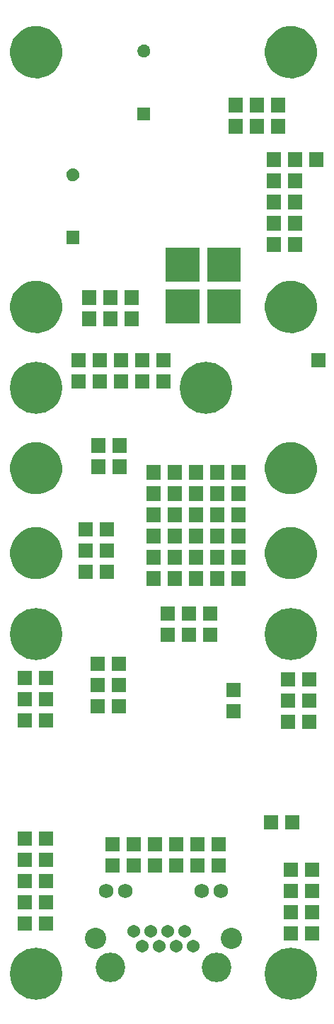
<source format=gbr>
G75*
G71*
%MOMM*%
%OFA0B0*%
%FSLAX53Y53*%
%IPPOS*%
%LPD*%
%ADD15C,0.30000*%
%ADD25C,0.50000*%
%ADD36R,1.76400X1.76400*%
%ADD41C,1.54000*%
%ADD47C,1.74000*%
%ADD48C,6.24000*%
%ADD53C,2.54000*%
%ADD60C,3.54000*%
X0000000Y0000000D02*
G01*
D15*
D60*
X0013716Y0005588D03*
X0026416Y0005588D03*
D53*
X0028196Y0009018D03*
X0011936Y0009018D03*
D41*
X0017526Y0008128D03*
X0019556Y0008128D03*
X0021586Y0008128D03*
X0023616Y0008128D03*
X0016506Y0009908D03*
X0018536Y0009908D03*
X0020566Y0009908D03*
X0022596Y0009908D03*
D47*
X0026926Y0014728D03*
X0024636Y0014728D03*
X0015496Y0014728D03*
X0013206Y0014728D03*
D36*
X0035306Y0017272D03*
X0037846Y0017272D03*
X0035306Y0014732D03*
X0037846Y0014732D03*
X0035306Y0012192D03*
X0037846Y0012192D03*
X0035306Y0009652D03*
X0037846Y0009652D03*
X0013970Y0017780D03*
X0013970Y0020320D03*
X0016510Y0017780D03*
X0016510Y0020320D03*
X0019050Y0017780D03*
X0019050Y0020320D03*
X0021590Y0017780D03*
X0021590Y0020320D03*
X0024130Y0017780D03*
X0024130Y0020320D03*
X0026670Y0017780D03*
X0026670Y0020320D03*
X0034925Y0040005D03*
X0037465Y0040005D03*
X0034925Y0037465D03*
X0037465Y0037465D03*
X0034925Y0034925D03*
X0037465Y0034925D03*
X0028448Y0038735D03*
X0028448Y0036195D03*
X0014732Y0036830D03*
X0014732Y0039370D03*
X0014732Y0041910D03*
X0020574Y0045339D03*
X0020574Y0047879D03*
X0023114Y0045339D03*
X0023114Y0047879D03*
X0025654Y0045339D03*
X0025654Y0047879D03*
X0003493Y0037656D03*
X0006033Y0037656D03*
X0005969Y0020955D03*
X0003429Y0020955D03*
X0005969Y0013335D03*
X0003429Y0013335D03*
X0005969Y0015875D03*
X0003429Y0015875D03*
X0005969Y0018415D03*
X0003429Y0018415D03*
X0005969Y0010795D03*
X0003429Y0010795D03*
D48*
X0004826Y0045466D03*
X0035306Y0004826D03*
X0004826Y0004826D03*
X0035306Y0045466D03*
D36*
X0012192Y0036830D03*
X0012192Y0039370D03*
X0012192Y0041910D03*
X0032957Y0022924D03*
X0035497Y0022924D03*
X0006033Y0035116D03*
X0003493Y0035116D03*
X0006045Y0040183D03*
X0003505Y0040183D03*
X0000000Y0050292D02*
G01*
D25*
G36*
X0032208Y0055444D02*
X0032330Y0056039D01*
X0032566Y0056600D01*
X0032906Y0057104D01*
X0033337Y0057532D01*
X0033844Y0057868D01*
X0034406Y0058100D01*
X0035002Y0058218D01*
X0035002Y0058218D01*
X0035002Y0058218D01*
X0035696Y0058208D01*
X0035697Y0058208D01*
X0035697Y0058208D01*
X0036289Y0058074D01*
X0036845Y0057826D01*
X0037341Y0057476D01*
X0037761Y0057036D01*
X0038086Y0056522D01*
X0038306Y0055956D01*
X0038412Y0055357D01*
X0038399Y0054749D01*
X0038269Y0054155D01*
X0038025Y0053598D01*
X0037678Y0053099D01*
X0037241Y0052677D01*
X0036730Y0052347D01*
X0036165Y0052124D01*
X0035567Y0052014D01*
X0034959Y0052022D01*
X0034364Y0052149D01*
X0033805Y0052388D01*
X0033304Y0052732D01*
X0032878Y0053166D01*
X0032545Y0053675D01*
X0032318Y0054239D01*
X0032204Y0054836D01*
X0032208Y0055444D01*
X0032208Y0055444D01*
G37*
G36*
X0032208Y0065604D02*
X0032330Y0066199D01*
X0032566Y0066760D01*
X0032906Y0067264D01*
X0033337Y0067692D01*
X0033844Y0068028D01*
X0034406Y0068260D01*
X0035002Y0068378D01*
X0035002Y0068378D01*
X0035002Y0068378D01*
X0035696Y0068368D01*
X0035697Y0068368D01*
X0035697Y0068368D01*
X0036289Y0068234D01*
X0036845Y0067986D01*
X0037341Y0067636D01*
X0037761Y0067196D01*
X0038086Y0066682D01*
X0038306Y0066116D01*
X0038412Y0065517D01*
X0038399Y0064909D01*
X0038269Y0064315D01*
X0038025Y0063758D01*
X0037678Y0063259D01*
X0037241Y0062837D01*
X0036730Y0062507D01*
X0036165Y0062284D01*
X0035567Y0062174D01*
X0034959Y0062182D01*
X0034364Y0062309D01*
X0033805Y0062548D01*
X0033304Y0062892D01*
X0032878Y0063326D01*
X0032545Y0063835D01*
X0032318Y0064399D01*
X0032204Y0064996D01*
X0032208Y0065604D01*
X0032208Y0065604D01*
G37*
G36*
X0029881Y0065632D02*
X0029881Y0063908D01*
X0028157Y0063908D01*
X0028157Y0065632D01*
X0029881Y0065632D01*
X0029881Y0065632D01*
G37*
G36*
X0029881Y0063092D02*
X0029881Y0061368D01*
X0028157Y0061368D01*
X0028157Y0063092D01*
X0029881Y0063092D01*
X0029881Y0063092D01*
G37*
G36*
X0029881Y0055472D02*
X0029881Y0053748D01*
X0028157Y0053748D01*
X0028157Y0055472D01*
X0029881Y0055472D01*
X0029881Y0055472D01*
G37*
G36*
X0029881Y0052932D02*
X0029881Y0051208D01*
X0028157Y0051208D01*
X0028157Y0052932D01*
X0029881Y0052932D01*
X0029881Y0052932D01*
G37*
G36*
X0029881Y0060552D02*
X0029881Y0058828D01*
X0028157Y0058828D01*
X0028157Y0060552D01*
X0029881Y0060552D01*
X0029881Y0060552D01*
G37*
G36*
X0029881Y0058012D02*
X0029881Y0056288D01*
X0028157Y0056288D01*
X0028157Y0058012D01*
X0029881Y0058012D01*
X0029881Y0058012D01*
G37*
G36*
X0027341Y0058012D02*
X0027341Y0056288D01*
X0025617Y0056288D01*
X0025617Y0058012D01*
X0027341Y0058012D01*
X0027341Y0058012D01*
G37*
G36*
X0027341Y0060552D02*
X0027341Y0058828D01*
X0025617Y0058828D01*
X0025617Y0060552D01*
X0027341Y0060552D01*
X0027341Y0060552D01*
G37*
G36*
X0027341Y0055472D02*
X0027341Y0053748D01*
X0025617Y0053748D01*
X0025617Y0055472D01*
X0027341Y0055472D01*
X0027341Y0055472D01*
G37*
G36*
X0027341Y0065632D02*
X0027341Y0063908D01*
X0025617Y0063908D01*
X0025617Y0065632D01*
X0027341Y0065632D01*
X0027341Y0065632D01*
G37*
G36*
X0027341Y0063092D02*
X0027341Y0061368D01*
X0025617Y0061368D01*
X0025617Y0063092D01*
X0027341Y0063092D01*
X0027341Y0063092D01*
G37*
G36*
X0027341Y0052932D02*
X0027341Y0051208D01*
X0025617Y0051208D01*
X0025617Y0052932D01*
X0027341Y0052932D01*
X0027341Y0052932D01*
G37*
G36*
X0024801Y0052932D02*
X0024801Y0051208D01*
X0023077Y0051208D01*
X0023077Y0052932D01*
X0024801Y0052932D01*
X0024801Y0052932D01*
G37*
G36*
X0024801Y0055472D02*
X0024801Y0053748D01*
X0023077Y0053748D01*
X0023077Y0055472D01*
X0024801Y0055472D01*
X0024801Y0055472D01*
G37*
G36*
X0024801Y0060552D02*
X0024801Y0058828D01*
X0023077Y0058828D01*
X0023077Y0060552D01*
X0024801Y0060552D01*
X0024801Y0060552D01*
G37*
G36*
X0024801Y0058012D02*
X0024801Y0056288D01*
X0023077Y0056288D01*
X0023077Y0058012D01*
X0024801Y0058012D01*
X0024801Y0058012D01*
G37*
G36*
X0024801Y0065632D02*
X0024801Y0063908D01*
X0023077Y0063908D01*
X0023077Y0065632D01*
X0024801Y0065632D01*
X0024801Y0065632D01*
G37*
G36*
X0024801Y0063092D02*
X0024801Y0061368D01*
X0023077Y0061368D01*
X0023077Y0063092D01*
X0024801Y0063092D01*
X0024801Y0063092D01*
G37*
G36*
X0022261Y0058012D02*
X0022261Y0056288D01*
X0020537Y0056288D01*
X0020537Y0058012D01*
X0022261Y0058012D01*
X0022261Y0058012D01*
G37*
G36*
X0022261Y0055472D02*
X0022261Y0053748D01*
X0020537Y0053748D01*
X0020537Y0055472D01*
X0022261Y0055472D01*
X0022261Y0055472D01*
G37*
G36*
X0022261Y0063092D02*
X0022261Y0061368D01*
X0020537Y0061368D01*
X0020537Y0063092D01*
X0022261Y0063092D01*
X0022261Y0063092D01*
G37*
G36*
X0022261Y0065632D02*
X0022261Y0063908D01*
X0020537Y0063908D01*
X0020537Y0065632D01*
X0022261Y0065632D01*
X0022261Y0065632D01*
G37*
G36*
X0022261Y0052932D02*
X0022261Y0051208D01*
X0020537Y0051208D01*
X0020537Y0052932D01*
X0022261Y0052932D01*
X0022261Y0052932D01*
G37*
G36*
X0022261Y0060552D02*
X0022261Y0058828D01*
X0020537Y0058828D01*
X0020537Y0060552D01*
X0022261Y0060552D01*
X0022261Y0060552D01*
G37*
G36*
X0019721Y0060552D02*
X0019721Y0058828D01*
X0017997Y0058828D01*
X0017997Y0060552D01*
X0019721Y0060552D01*
X0019721Y0060552D01*
G37*
G36*
X0019721Y0058012D02*
X0019721Y0056288D01*
X0017997Y0056288D01*
X0017997Y0058012D01*
X0019721Y0058012D01*
X0019721Y0058012D01*
G37*
G36*
X0019721Y0063092D02*
X0019721Y0061368D01*
X0017997Y0061368D01*
X0017997Y0063092D01*
X0019721Y0063092D01*
X0019721Y0063092D01*
G37*
G36*
X0019721Y0065632D02*
X0019721Y0063908D01*
X0017997Y0063908D01*
X0017997Y0065632D01*
X0019721Y0065632D01*
X0019721Y0065632D01*
G37*
G36*
X0019721Y0052932D02*
X0019721Y0051208D01*
X0017997Y0051208D01*
X0017997Y0052932D01*
X0019721Y0052932D01*
X0019721Y0052932D01*
G37*
G36*
X0019721Y0055472D02*
X0019721Y0053748D01*
X0017997Y0053748D01*
X0017997Y0055472D01*
X0019721Y0055472D01*
X0019721Y0055472D01*
G37*
G36*
X0015657Y0066331D02*
X0015657Y0064607D01*
X0013933Y0064607D01*
X0013933Y0066331D01*
X0015657Y0066331D01*
X0015657Y0066331D01*
G37*
G36*
X0015657Y0068871D02*
X0015657Y0067147D01*
X0013933Y0067147D01*
X0013933Y0068871D01*
X0015657Y0068871D01*
X0015657Y0068871D01*
G37*
G36*
X0014133Y0053758D02*
X0014133Y0052034D01*
X0012409Y0052034D01*
X0012409Y0053758D01*
X0014133Y0053758D01*
X0014133Y0053758D01*
G37*
G36*
X0014133Y0056298D02*
X0014133Y0054574D01*
X0012409Y0054574D01*
X0012409Y0056298D01*
X0014133Y0056298D01*
X0014133Y0056298D01*
G37*
G36*
X0014133Y0058838D02*
X0014133Y0057114D01*
X0012409Y0057114D01*
X0012409Y0058838D01*
X0014133Y0058838D01*
X0014133Y0058838D01*
G37*
G36*
X0013117Y0066331D02*
X0013117Y0064607D01*
X0011393Y0064607D01*
X0011393Y0066331D01*
X0013117Y0066331D01*
X0013117Y0066331D01*
G37*
G36*
X0013117Y0068871D02*
X0013117Y0067147D01*
X0011393Y0067147D01*
X0011393Y0068871D01*
X0013117Y0068871D01*
X0013117Y0068871D01*
G37*
G36*
X0011593Y0058838D02*
X0011593Y0057114D01*
X0009869Y0057114D01*
X0009869Y0058838D01*
X0011593Y0058838D01*
X0011593Y0058838D01*
G37*
G36*
X0011593Y0056298D02*
X0011593Y0054574D01*
X0009869Y0054574D01*
X0009869Y0056298D01*
X0011593Y0056298D01*
X0011593Y0056298D01*
G37*
G36*
X0011593Y0053758D02*
X0011593Y0052034D01*
X0009869Y0052034D01*
X0009869Y0053758D01*
X0011593Y0053758D01*
X0011593Y0053758D01*
G37*
G36*
X0001728Y0055444D02*
X0001850Y0056039D01*
X0002086Y0056600D01*
X0002426Y0057104D01*
X0002857Y0057532D01*
X0003364Y0057868D01*
X0003926Y0058100D01*
X0004522Y0058218D01*
X0004522Y0058218D01*
X0004522Y0058218D01*
X0005216Y0058208D01*
X0005217Y0058208D01*
X0005217Y0058208D01*
X0005809Y0058074D01*
X0006365Y0057826D01*
X0006861Y0057476D01*
X0007281Y0057036D01*
X0007606Y0056522D01*
X0007826Y0055956D01*
X0007932Y0055357D01*
X0007919Y0054749D01*
X0007789Y0054155D01*
X0007545Y0053598D01*
X0007198Y0053099D01*
X0006761Y0052677D01*
X0006250Y0052347D01*
X0005685Y0052124D01*
X0005087Y0052014D01*
X0004479Y0052022D01*
X0003884Y0052149D01*
X0003325Y0052388D01*
X0002824Y0052732D01*
X0002398Y0053166D01*
X0002065Y0053675D01*
X0001838Y0054239D01*
X0001724Y0054836D01*
X0001728Y0055444D01*
X0001728Y0055444D01*
G37*
G36*
X0001728Y0065604D02*
X0001850Y0066199D01*
X0002086Y0066760D01*
X0002426Y0067264D01*
X0002857Y0067692D01*
X0003364Y0068028D01*
X0003926Y0068260D01*
X0004522Y0068378D01*
X0004522Y0068378D01*
X0004522Y0068378D01*
X0005216Y0068368D01*
X0005217Y0068368D01*
X0005217Y0068368D01*
X0005809Y0068234D01*
X0006365Y0067986D01*
X0006861Y0067636D01*
X0007281Y0067196D01*
X0007606Y0066682D01*
X0007826Y0066116D01*
X0007932Y0065517D01*
X0007919Y0064909D01*
X0007789Y0064315D01*
X0007545Y0063758D01*
X0007198Y0063259D01*
X0006761Y0062837D01*
X0006250Y0062507D01*
X0005685Y0062284D01*
X0005087Y0062174D01*
X0004479Y0062182D01*
X0003884Y0062309D01*
X0003325Y0062548D01*
X0002824Y0062892D01*
X0002398Y0063326D01*
X0002065Y0063835D01*
X0001838Y0064399D01*
X0001724Y0064996D01*
X0001728Y0065604D01*
X0001728Y0065604D01*
G37*
X0000000Y0070104D02*
G01*
D25*
D48*
X0025146Y0074930D03*
X0004826Y0074930D03*
D36*
X0009906Y0075692D03*
X0009906Y0078232D03*
X0012446Y0075692D03*
X0012446Y0078232D03*
X0014986Y0075692D03*
X0014986Y0078232D03*
X0017526Y0075692D03*
X0017526Y0078232D03*
X0020066Y0075692D03*
X0020066Y0078232D03*
X0038608Y0078232D03*
X0000000Y0079756D02*
G01*
D25*
G36*
X0039236Y0103117D02*
X0039236Y0101353D01*
X0037472Y0101353D01*
X0037472Y0103117D01*
X0039236Y0103117D01*
X0039236Y0103117D01*
G37*
G36*
X0032188Y0084910D02*
X0032311Y0085509D01*
X0032548Y0086073D01*
X0032890Y0086580D01*
X0033325Y0087012D01*
X0033834Y0087350D01*
X0034400Y0087583D01*
X0035000Y0087702D01*
X0035000Y0087702D01*
X0035000Y0087702D01*
X0035699Y0087692D01*
X0035699Y0087692D01*
X0035699Y0087692D01*
X0036296Y0087557D01*
X0036855Y0087308D01*
X0037355Y0086955D01*
X0037776Y0086512D01*
X0038104Y0085996D01*
X0038326Y0085425D01*
X0038432Y0084823D01*
X0038419Y0084211D01*
X0038288Y0083613D01*
X0038043Y0083053D01*
X0037693Y0082550D01*
X0037253Y0082125D01*
X0036739Y0081794D01*
X0036170Y0081568D01*
X0035568Y0081458D01*
X0034957Y0081466D01*
X0034358Y0081594D01*
X0033796Y0081835D01*
X0033291Y0082180D01*
X0032863Y0082618D01*
X0032528Y0083130D01*
X0032298Y0083697D01*
X0032184Y0084298D01*
X0032188Y0084910D01*
X0032188Y0084910D01*
G37*
G36*
X0032188Y0115390D02*
X0032311Y0115989D01*
X0032548Y0116553D01*
X0032890Y0117060D01*
X0033325Y0117492D01*
X0033834Y0117830D01*
X0034400Y0118063D01*
X0035000Y0118182D01*
X0035000Y0118182D01*
X0035000Y0118182D01*
X0035699Y0118172D01*
X0035699Y0118172D01*
X0035699Y0118172D01*
X0036296Y0118037D01*
X0036855Y0117788D01*
X0037355Y0117435D01*
X0037776Y0116992D01*
X0038104Y0116476D01*
X0038326Y0115905D01*
X0038432Y0115303D01*
X0038419Y0114691D01*
X0038288Y0114093D01*
X0038043Y0113533D01*
X0037693Y0113030D01*
X0037253Y0112605D01*
X0036739Y0112274D01*
X0036170Y0112048D01*
X0035568Y0111938D01*
X0034957Y0111946D01*
X0034358Y0112074D01*
X0033796Y0112315D01*
X0033291Y0112660D01*
X0032863Y0113098D01*
X0032528Y0113610D01*
X0032298Y0114177D01*
X0032184Y0114778D01*
X0032188Y0115390D01*
X0032188Y0115390D01*
G37*
G36*
X0036696Y0100577D02*
X0036696Y0098813D01*
X0034932Y0098813D01*
X0034932Y0100577D01*
X0036696Y0100577D01*
X0036696Y0100577D01*
G37*
G36*
X0036696Y0095497D02*
X0036696Y0093733D01*
X0034932Y0093733D01*
X0034932Y0095497D01*
X0036696Y0095497D01*
X0036696Y0095497D01*
G37*
G36*
X0036696Y0098037D02*
X0036696Y0096273D01*
X0034932Y0096273D01*
X0034932Y0098037D01*
X0036696Y0098037D01*
X0036696Y0098037D01*
G37*
G36*
X0036696Y0092957D02*
X0036696Y0091193D01*
X0034932Y0091193D01*
X0034932Y0092957D01*
X0036696Y0092957D01*
X0036696Y0092957D01*
G37*
G36*
X0036696Y0103117D02*
X0036696Y0101353D01*
X0034932Y0101353D01*
X0034932Y0103117D01*
X0036696Y0103117D01*
X0036696Y0103117D01*
G37*
G36*
X0034664Y0109594D02*
X0034664Y0107830D01*
X0032900Y0107830D01*
X0032900Y0109594D01*
X0034664Y0109594D01*
X0034664Y0109594D01*
G37*
G36*
X0034664Y0107054D02*
X0034664Y0105290D01*
X0032900Y0105290D01*
X0032900Y0107054D01*
X0034664Y0107054D01*
X0034664Y0107054D01*
G37*
G36*
X0034156Y0100577D02*
X0034156Y0098813D01*
X0032392Y0098813D01*
X0032392Y0100577D01*
X0034156Y0100577D01*
X0034156Y0100577D01*
G37*
G36*
X0034156Y0103117D02*
X0034156Y0101353D01*
X0032392Y0101353D01*
X0032392Y0103117D01*
X0034156Y0103117D01*
X0034156Y0103117D01*
G37*
G36*
X0034156Y0098037D02*
X0034156Y0096273D01*
X0032392Y0096273D01*
X0032392Y0098037D01*
X0034156Y0098037D01*
X0034156Y0098037D01*
G37*
G36*
X0034156Y0092957D02*
X0034156Y0091193D01*
X0032392Y0091193D01*
X0032392Y0092957D01*
X0034156Y0092957D01*
X0034156Y0092957D01*
G37*
G36*
X0034156Y0095497D02*
X0034156Y0093733D01*
X0032392Y0093733D01*
X0032392Y0095497D01*
X0034156Y0095497D01*
X0034156Y0095497D01*
G37*
G36*
X0032124Y0109594D02*
X0032124Y0107830D01*
X0030360Y0107830D01*
X0030360Y0109594D01*
X0032124Y0109594D01*
X0032124Y0109594D01*
G37*
G36*
X0032124Y0107054D02*
X0032124Y0105290D01*
X0030360Y0105290D01*
X0030360Y0107054D01*
X0032124Y0107054D01*
X0032124Y0107054D01*
G37*
G36*
X0029584Y0109594D02*
X0029584Y0107830D01*
X0027820Y0107830D01*
X0027820Y0109594D01*
X0029584Y0109594D01*
X0029584Y0109594D01*
G37*
G36*
X0029584Y0107054D02*
X0029584Y0105290D01*
X0027820Y0105290D01*
X0027820Y0107054D01*
X0029584Y0107054D01*
X0029584Y0107054D01*
G37*
G36*
X0029330Y0086687D02*
X0029330Y0082637D01*
X0025280Y0082637D01*
X0025280Y0086687D01*
X0029330Y0086687D01*
X0029330Y0086687D01*
G37*
G36*
X0029330Y0091687D02*
X0029330Y0087637D01*
X0025280Y0087637D01*
X0025280Y0091687D01*
X0029330Y0091687D01*
X0029330Y0091687D01*
G37*
G36*
X0024377Y0086687D02*
X0024377Y0082637D01*
X0020327Y0082637D01*
X0020327Y0086687D01*
X0024377Y0086687D01*
X0024377Y0086687D01*
G37*
G36*
X0024377Y0091687D02*
X0024377Y0087637D01*
X0020327Y0087637D01*
X0020327Y0091687D01*
X0024377Y0091687D01*
X0024377Y0091687D01*
G37*
G36*
X0016947Y0115277D02*
X0016977Y0115425D01*
X0017036Y0115564D01*
X0017120Y0115689D01*
X0017227Y0115796D01*
X0017353Y0115879D01*
X0017493Y0115937D01*
X0017641Y0115966D01*
X0017641Y0115966D01*
X0017641Y0115966D01*
X0017813Y0115964D01*
X0017814Y0115964D01*
X0017814Y0115964D01*
X0017961Y0115930D01*
X0018099Y0115869D01*
X0018222Y0115782D01*
X0018326Y0115672D01*
X0018407Y0115545D01*
X0018462Y0115404D01*
X0018488Y0115255D01*
X0018485Y0115104D01*
X0018452Y0114957D01*
X0018392Y0114819D01*
X0018306Y0114695D01*
X0018197Y0114590D01*
X0018070Y0114508D01*
X0017930Y0114452D01*
X0017781Y0114425D01*
X0017630Y0114427D01*
X0017483Y0114458D01*
X0017344Y0114518D01*
X0017219Y0114603D01*
X0017114Y0114711D01*
X0017031Y0114838D01*
X0016974Y0114978D01*
X0016946Y0115126D01*
X0016947Y0115277D01*
X0016947Y0115277D01*
G37*
G36*
X0018486Y0108466D02*
X0018486Y0106926D01*
X0016946Y0106926D01*
X0016946Y0108466D01*
X0018486Y0108466D01*
X0018486Y0108466D01*
G37*
G36*
X0017138Y0086607D02*
X0017138Y0084843D01*
X0015374Y0084843D01*
X0015374Y0086607D01*
X0017138Y0086607D01*
X0017138Y0086607D01*
G37*
G36*
X0017138Y0084067D02*
X0017138Y0082303D01*
X0015374Y0082303D01*
X0015374Y0084067D01*
X0017138Y0084067D01*
X0017138Y0084067D01*
G37*
G36*
X0014598Y0086607D02*
X0014598Y0084843D01*
X0012834Y0084843D01*
X0012834Y0086607D01*
X0014598Y0086607D01*
X0014598Y0086607D01*
G37*
G36*
X0014598Y0084067D02*
X0014598Y0082303D01*
X0012834Y0082303D01*
X0012834Y0084067D01*
X0014598Y0084067D01*
X0014598Y0084067D01*
G37*
G36*
X0012058Y0084067D02*
X0012058Y0082303D01*
X0010294Y0082303D01*
X0010294Y0084067D01*
X0012058Y0084067D01*
X0012058Y0084067D01*
G37*
G36*
X0012058Y0086607D02*
X0012058Y0084843D01*
X0010294Y0084843D01*
X0010294Y0086607D01*
X0012058Y0086607D01*
X0012058Y0086607D01*
G37*
G36*
X0008438Y0100481D02*
X0008468Y0100629D01*
X0008527Y0100769D01*
X0008611Y0100894D01*
X0008718Y0101000D01*
X0008844Y0101084D01*
X0008984Y0101141D01*
X0009132Y0101170D01*
X0009132Y0101170D01*
X0009132Y0101171D01*
X0009304Y0101168D01*
X0009305Y0101168D01*
X0009305Y0101168D01*
X0009452Y0101135D01*
X0009590Y0101073D01*
X0009713Y0100986D01*
X0009817Y0100877D01*
X0009898Y0100749D01*
X0009953Y0100609D01*
X0009979Y0100460D01*
X0009976Y0100309D01*
X0009943Y0100161D01*
X0009883Y0100023D01*
X0009797Y0099899D01*
X0009688Y0099794D01*
X0009561Y0099712D01*
X0009421Y0099657D01*
X0009272Y0099629D01*
X0009121Y0099632D01*
X0008974Y0099663D01*
X0008835Y0099722D01*
X0008710Y0099808D01*
X0008605Y0099916D01*
X0008522Y0100042D01*
X0008465Y0100182D01*
X0008437Y0100330D01*
X0008438Y0100481D01*
X0008438Y0100481D01*
G37*
G36*
X0009977Y0093671D02*
X0009977Y0092131D01*
X0008437Y0092131D01*
X0008437Y0093671D01*
X0009977Y0093671D01*
X0009977Y0093671D01*
G37*
G36*
X0001708Y0084910D02*
X0001831Y0085509D01*
X0002068Y0086073D01*
X0002410Y0086580D01*
X0002845Y0087012D01*
X0003354Y0087350D01*
X0003920Y0087583D01*
X0004520Y0087702D01*
X0004520Y0087702D01*
X0004520Y0087702D01*
X0005219Y0087692D01*
X0005219Y0087692D01*
X0005219Y0087692D01*
X0005816Y0087557D01*
X0006375Y0087308D01*
X0006875Y0086955D01*
X0007296Y0086512D01*
X0007624Y0085996D01*
X0007846Y0085425D01*
X0007952Y0084823D01*
X0007939Y0084211D01*
X0007808Y0083613D01*
X0007563Y0083053D01*
X0007213Y0082550D01*
X0006773Y0082125D01*
X0006259Y0081794D01*
X0005690Y0081568D01*
X0005088Y0081458D01*
X0004477Y0081466D01*
X0003878Y0081594D01*
X0003316Y0081835D01*
X0002811Y0082180D01*
X0002383Y0082618D01*
X0002048Y0083130D01*
X0001818Y0083697D01*
X0001704Y0084298D01*
X0001708Y0084910D01*
X0001708Y0084910D01*
G37*
G36*
X0001708Y0115390D02*
X0001831Y0115989D01*
X0002068Y0116553D01*
X0002410Y0117060D01*
X0002845Y0117492D01*
X0003354Y0117830D01*
X0003920Y0118063D01*
X0004520Y0118182D01*
X0004520Y0118182D01*
X0004520Y0118182D01*
X0005219Y0118172D01*
X0005219Y0118172D01*
X0005219Y0118172D01*
X0005816Y0118037D01*
X0006375Y0117788D01*
X0006875Y0117435D01*
X0007296Y0116992D01*
X0007624Y0116476D01*
X0007846Y0115905D01*
X0007952Y0115303D01*
X0007939Y0114691D01*
X0007808Y0114093D01*
X0007563Y0113533D01*
X0007213Y0113030D01*
X0006773Y0112605D01*
X0006259Y0112274D01*
X0005690Y0112048D01*
X0005088Y0111938D01*
X0004477Y0111946D01*
X0003878Y0112074D01*
X0003316Y0112315D01*
X0002811Y0112660D01*
X0002383Y0113098D01*
X0002048Y0113610D01*
X0001818Y0114177D01*
X0001704Y0114778D01*
X0001708Y0115390D01*
X0001708Y0115390D01*
G37*
M02*

</source>
